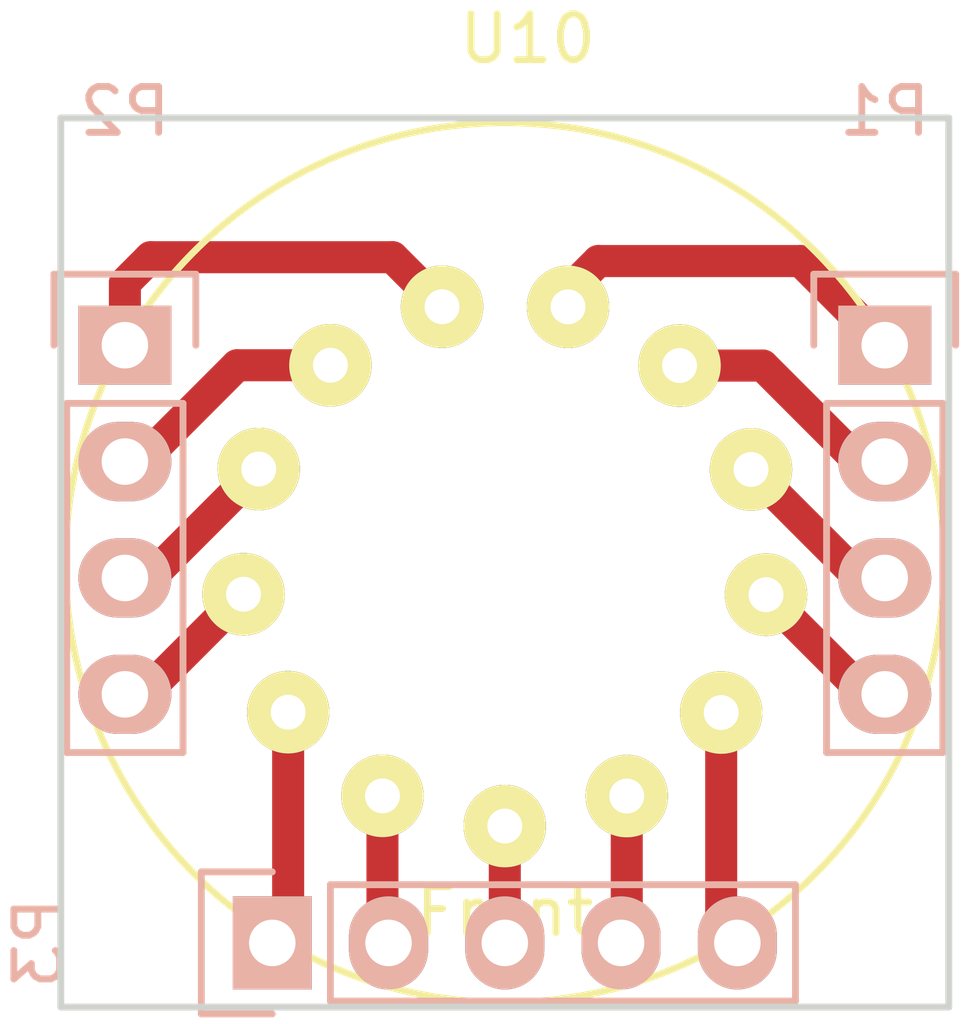
<source format=kicad_pcb>
(kicad_pcb (version 4) (host pcbnew 4.0.4+e1-6308~48~ubuntu16.04.1-stable)

  (general
    (links 13)
    (no_connects 0)
    (area -13.333333 -12.405 13.333334 13.333333)
    (thickness 1.6)
    (drawings 4)
    (tracks 31)
    (zones 0)
    (modules 4)
    (nets 14)
  )

  (page A4)
  (layers
    (0 F.Cu signal)
    (31 B.Cu signal)
    (32 B.Adhes user)
    (33 F.Adhes user)
    (34 B.Paste user)
    (35 F.Paste user)
    (36 B.SilkS user)
    (37 F.SilkS user)
    (38 B.Mask user)
    (39 F.Mask user)
    (40 Dwgs.User user)
    (41 Cmts.User user)
    (42 Eco1.User user)
    (43 Eco2.User user)
    (44 Edge.Cuts user)
    (45 Margin user)
    (46 B.CrtYd user)
    (47 F.CrtYd user)
    (48 B.Fab user)
    (49 F.Fab user)
  )

  (setup
    (last_trace_width 0.25)
    (user_trace_width 0.55)
    (user_trace_width 0.6)
    (user_trace_width 0.7)
    (user_trace_width 0.9)
    (user_trace_width 1.1)
    (user_trace_width 1.3)
    (user_trace_width 1.5)
    (user_trace_width 1.7)
    (trace_clearance 0.2)
    (zone_clearance 0.508)
    (zone_45_only yes)
    (trace_min 0.25)
    (segment_width 0.15)
    (edge_width 0.15)
    (via_size 0.6)
    (via_drill 0.4)
    (via_min_size 0.4)
    (via_min_drill 0.3)
    (uvia_size 0.3)
    (uvia_drill 0.1)
    (uvias_allowed no)
    (uvia_min_size 0.2)
    (uvia_min_drill 0.1)
    (pcb_text_width 0.3)
    (pcb_text_size 1.5 1.5)
    (mod_edge_width 0.15)
    (mod_text_size 1 1)
    (mod_text_width 0.15)
    (pad_size 2.032 1.7272)
    (pad_drill 1.016)
    (pad_to_mask_clearance 0.2)
    (aux_axis_origin 0 0)
    (grid_origin 144.96288 117.05844)
    (visible_elements FFFFFF7F)
    (pcbplotparams
      (layerselection 0x01030_80000001)
      (usegerberextensions true)
      (excludeedgelayer true)
      (linewidth 0.100000)
      (plotframeref false)
      (viasonmask false)
      (mode 1)
      (useauxorigin false)
      (hpglpennumber 1)
      (hpglpenspeed 20)
      (hpglpendiameter 15)
      (hpglpenoverlay 2)
      (psnegative false)
      (psa4output false)
      (plotreference true)
      (plotvalue false)
      (plotinvisibletext false)
      (padsonsilk true)
      (subtractmaskfromsilk false)
      (outputformat 1)
      (mirror false)
      (drillshape 0)
      (scaleselection 1)
      (outputdirectory 2016_9_13_TUBE/))
  )

  (net 0 "")
  (net 1 cathode6)
  (net 2 cathode7)
  (net 3 cathode8)
  (net 4 cathode9)
  (net 5 cathode5)
  (net 6 cathode4)
  (net 7 cathode3)
  (net 8 cathode2)
  (net 9 cathode1)
  (net 10 cathode_comma_left)
  (net 11 anode)
  (net 12 cathode_comma_right)
  (net 13 cathode0)

  (net_class Default "This is the default net class."
    (clearance 0.2)
    (trace_width 0.25)
    (via_dia 0.6)
    (via_drill 0.4)
    (uvia_dia 0.3)
    (uvia_drill 0.1)
    (add_net anode)
    (add_net cathode0)
    (add_net cathode1)
    (add_net cathode2)
    (add_net cathode3)
    (add_net cathode4)
    (add_net cathode5)
    (add_net cathode6)
    (add_net cathode7)
    (add_net cathode8)
    (add_net cathode9)
    (add_net cathode_comma_left)
    (add_net cathode_comma_right)
  )

  (module Pin_Headers:Pin_Header_Straight_1x04 (layer B.Cu) (tedit 57A0AB1F) (tstamp 57A04C30)
    (at 8.3 -4.74472 180)
    (descr "Through hole pin header")
    (tags "pin header")
    (path /5646AE2C/57A05D56)
    (fp_text reference P1 (at 0 5.1 180) (layer B.SilkS)
      (effects (font (size 1 1) (thickness 0.15)) (justify mirror))
    )
    (fp_text value CONN_01X04 (at 0 3.1 180) (layer B.Fab) hide
      (effects (font (size 1 1) (thickness 0.15)) (justify mirror))
    )
    (fp_line (start -1.75 1.75) (end -1.75 -9.4) (layer B.CrtYd) (width 0.05))
    (fp_line (start 1.75 1.75) (end 1.75 -9.4) (layer B.CrtYd) (width 0.05))
    (fp_line (start -1.75 1.75) (end 1.75 1.75) (layer B.CrtYd) (width 0.05))
    (fp_line (start -1.75 -9.4) (end 1.75 -9.4) (layer B.CrtYd) (width 0.05))
    (fp_line (start -1.27 -1.27) (end -1.27 -8.89) (layer B.SilkS) (width 0.15))
    (fp_line (start 1.27 -1.27) (end 1.27 -8.89) (layer B.SilkS) (width 0.15))
    (fp_line (start 1.55 1.55) (end 1.55 0) (layer B.SilkS) (width 0.15))
    (fp_line (start -1.27 -8.89) (end 1.27 -8.89) (layer B.SilkS) (width 0.15))
    (fp_line (start 1.27 -1.27) (end -1.27 -1.27) (layer B.SilkS) (width 0.15))
    (fp_line (start -1.55 0) (end -1.55 1.55) (layer B.SilkS) (width 0.15))
    (fp_line (start -1.55 1.55) (end 1.55 1.55) (layer B.SilkS) (width 0.15))
    (pad 1 thru_hole rect (at 0 0 180) (size 2.032 1.7272) (drill 1.016) (layers *.Cu *.Mask B.SilkS)
      (net 1 cathode6))
    (pad 2 thru_hole oval (at 0 -2.54 180) (size 2.032 1.7272) (drill 1.016) (layers *.Cu *.Mask B.SilkS)
      (net 2 cathode7))
    (pad 3 thru_hole oval (at 0 -5.08 180) (size 2.032 1.7272) (drill 1.016) (layers *.Cu *.Mask B.SilkS)
      (net 3 cathode8))
    (pad 4 thru_hole oval (at 0 -7.62 180) (size 2.032 1.7272) (drill 1.016) (layers *.Cu *.Mask B.SilkS)
      (net 4 cathode9))
    (model Pin_Headers.3dshapes/Pin_Header_Straight_1x04.wrl
      (at (xyz 0 -0.15 0))
      (scale (xyz 1 1 1))
      (rotate (xyz 0 0 90))
    )
  )

  (module Pin_Headers:Pin_Header_Straight_1x04 (layer B.Cu) (tedit 57A0AB26) (tstamp 57A04C38)
    (at -8.3 -4.74472 180)
    (descr "Through hole pin header")
    (tags "pin header")
    (path /5646AE2C/57A05275)
    (fp_text reference P2 (at 0 5.1 180) (layer B.SilkS)
      (effects (font (size 1 1) (thickness 0.15)) (justify mirror))
    )
    (fp_text value CONN_01X04 (at 0 3.1 180) (layer B.Fab) hide
      (effects (font (size 1 1) (thickness 0.15)) (justify mirror))
    )
    (fp_line (start -1.75 1.75) (end -1.75 -9.4) (layer B.CrtYd) (width 0.05))
    (fp_line (start 1.75 1.75) (end 1.75 -9.4) (layer B.CrtYd) (width 0.05))
    (fp_line (start -1.75 1.75) (end 1.75 1.75) (layer B.CrtYd) (width 0.05))
    (fp_line (start -1.75 -9.4) (end 1.75 -9.4) (layer B.CrtYd) (width 0.05))
    (fp_line (start -1.27 -1.27) (end -1.27 -8.89) (layer B.SilkS) (width 0.15))
    (fp_line (start 1.27 -1.27) (end 1.27 -8.89) (layer B.SilkS) (width 0.15))
    (fp_line (start 1.55 1.55) (end 1.55 0) (layer B.SilkS) (width 0.15))
    (fp_line (start -1.27 -8.89) (end 1.27 -8.89) (layer B.SilkS) (width 0.15))
    (fp_line (start 1.27 -1.27) (end -1.27 -1.27) (layer B.SilkS) (width 0.15))
    (fp_line (start -1.55 0) (end -1.55 1.55) (layer B.SilkS) (width 0.15))
    (fp_line (start -1.55 1.55) (end 1.55 1.55) (layer B.SilkS) (width 0.15))
    (pad 1 thru_hole rect (at 0 0 180) (size 2.032 1.7272) (drill 1.016) (layers *.Cu *.Mask B.SilkS)
      (net 5 cathode5))
    (pad 2 thru_hole oval (at 0 -2.54 180) (size 2.032 1.7272) (drill 1.016) (layers *.Cu *.Mask B.SilkS)
      (net 6 cathode4))
    (pad 3 thru_hole oval (at 0 -5.08 180) (size 2.032 1.7272) (drill 1.016) (layers *.Cu *.Mask B.SilkS)
      (net 7 cathode3))
    (pad 4 thru_hole oval (at 0 -7.62 180) (size 2.032 1.7272) (drill 1.016) (layers *.Cu *.Mask B.SilkS)
      (net 8 cathode2))
    (model Pin_Headers.3dshapes/Pin_Header_Straight_1x04.wrl
      (at (xyz 0 -0.15 0))
      (scale (xyz 1 1 1))
      (rotate (xyz 0 0 90))
    )
  )

  (module Pin_Headers:Pin_Header_Straight_1x05 (layer B.Cu) (tedit 57A0AB29) (tstamp 57A04C41)
    (at -5.08 8.3 270)
    (descr "Through hole pin header")
    (tags "pin header")
    (path /5646AE2C/57A05282)
    (fp_text reference P3 (at 0 5.1 270) (layer B.SilkS)
      (effects (font (size 1 1) (thickness 0.15)) (justify mirror))
    )
    (fp_text value CONN_01X05 (at 0 3.1 270) (layer B.Fab) hide
      (effects (font (size 1 1) (thickness 0.15)) (justify mirror))
    )
    (fp_line (start -1.55 0) (end -1.55 1.55) (layer B.SilkS) (width 0.15))
    (fp_line (start -1.55 1.55) (end 1.55 1.55) (layer B.SilkS) (width 0.15))
    (fp_line (start 1.55 1.55) (end 1.55 0) (layer B.SilkS) (width 0.15))
    (fp_line (start -1.75 1.75) (end -1.75 -11.95) (layer B.CrtYd) (width 0.05))
    (fp_line (start 1.75 1.75) (end 1.75 -11.95) (layer B.CrtYd) (width 0.05))
    (fp_line (start -1.75 1.75) (end 1.75 1.75) (layer B.CrtYd) (width 0.05))
    (fp_line (start -1.75 -11.95) (end 1.75 -11.95) (layer B.CrtYd) (width 0.05))
    (fp_line (start 1.27 -1.27) (end 1.27 -11.43) (layer B.SilkS) (width 0.15))
    (fp_line (start 1.27 -11.43) (end -1.27 -11.43) (layer B.SilkS) (width 0.15))
    (fp_line (start -1.27 -11.43) (end -1.27 -1.27) (layer B.SilkS) (width 0.15))
    (fp_line (start 1.27 -1.27) (end -1.27 -1.27) (layer B.SilkS) (width 0.15))
    (pad 1 thru_hole rect (at 0 0 270) (size 2.032 1.7272) (drill 1.016) (layers *.Cu *.Mask B.SilkS)
      (net 9 cathode1))
    (pad 2 thru_hole oval (at 0 -2.54 270) (size 2.032 1.7272) (drill 1.016) (layers *.Cu *.Mask B.SilkS)
      (net 10 cathode_comma_left))
    (pad 3 thru_hole oval (at 0 -5.08 270) (size 2.032 1.7272) (drill 1.016) (layers *.Cu *.Mask B.SilkS)
      (net 11 anode))
    (pad 4 thru_hole oval (at 0 -7.62 270) (size 2.032 1.7272) (drill 1.016) (layers *.Cu *.Mask B.SilkS)
      (net 12 cathode_comma_right))
    (pad 5 thru_hole oval (at 0 -10.16 270) (size 2.032 1.7272) (drill 1.016) (layers *.Cu *.Mask B.SilkS)
      (net 13 cathode0))
    (model Pin_Headers.3dshapes/Pin_Header_Straight_1x05.wrl
      (at (xyz 0 -0.2 0))
      (scale (xyz 1 1 1))
      (rotate (xyz 0 0 90))
    )
  )

  (module IN-14:IN-14 (layer F.Cu) (tedit 574C59C8) (tstamp 57A04C52)
    (at 0 0)
    (path /5646AE2C/5649391C)
    (fp_text reference U10 (at 0.5 -11.43) (layer F.SilkS)
      (effects (font (size 1 1) (thickness 0.15)))
    )
    (fp_text value IN-14 (at 0 -8.12) (layer F.Fab)
      (effects (font (size 1 1) (thickness 0.15)))
    )
    (fp_text user Front (at 0 7.62) (layer F.SilkS)
      (effects (font (size 1 1) (thickness 0.15)))
    )
    (fp_circle (center 0 0) (end 0 9.6) (layer F.SilkS) (width 0.15))
    (pad 1 thru_hole circle (at 0 5.75) (size 1.8 1.8) (drill 0.762) (layers *.Cu *.Mask F.SilkS)
      (net 11 anode))
    (pad 2 thru_hole circle (at -2.672842 5.091013) (size 1.8 1.8) (drill 0.762) (layers *.Cu *.Mask F.SilkS)
      (net 10 cathode_comma_left))
    (pad 3 thru_hole circle (at -4.733034 3.265102) (size 1.8 1.8) (drill 0.762) (layers *.Cu *.Mask F.SilkS)
      (net 9 cathode1))
    (pad 4 thru_hole circle (at -5.708355 0.690787) (size 1.8 1.8) (drill 0.762) (layers *.Cu *.Mask F.SilkS)
      (net 8 cathode2))
    (pad 5 thru_hole circle (at -5.375248 -2.041865) (size 1.8 1.8) (drill 0.762) (layers *.Cu *.Mask F.SilkS)
      (net 7 cathode3))
    (pad 6 thru_hole circle (at -3.810065 -4.306495) (size 1.8 1.8) (drill 0.762) (layers *.Cu *.Mask F.SilkS)
      (net 6 cathode4))
    (pad 7 thru_hole circle (at -1.371567 -5.584022) (size 1.8 1.8) (drill 0.762) (layers *.Cu *.Mask F.SilkS)
      (net 5 cathode5))
    (pad 8 thru_hole circle (at 1.381311 -5.58162) (size 1.8 1.8) (drill 0.762) (layers *.Cu *.Mask F.SilkS)
      (net 1 cathode6))
    (pad 9 thru_hole circle (at 3.817576 -4.299839) (size 1.8 1.8) (drill 0.762) (layers *.Cu *.Mask F.SilkS)
      (net 2 cathode7))
    (pad 10 thru_hole circle (at 5.378803 -2.03248) (size 1.8 1.8) (drill 0.762) (layers *.Cu *.Mask F.SilkS)
      (net 3 cathode8))
    (pad 11 thru_hole circle (at 5.70714 0.700749) (size 1.8 1.8) (drill 0.762) (layers *.Cu *.Mask F.SilkS)
      (net 4 cathode9))
    (pad 12 thru_hole circle (at 4.727328 3.273357) (size 1.8 1.8) (drill 0.762) (layers *.Cu *.Mask F.SilkS)
      (net 13 cathode0))
    (pad 13 thru_hole circle (at 2.663952 5.095671) (size 1.8 1.8) (drill 0.762) (layers *.Cu *.Mask F.SilkS)
      (net 12 cathode_comma_right))
  )

  (gr_line (start -9.7 -9.7036) (end -9.7 9.7) (angle 90) (layer Edge.Cuts) (width 0.15))
  (gr_line (start 9.7 -9.7036) (end -9.7 -9.7036) (angle 90) (layer Edge.Cuts) (width 0.15))
  (gr_line (start 9.7 -9.7036) (end 9.7 9.7) (angle 90) (layer Edge.Cuts) (width 0.15))
  (gr_line (start -9.7 9.7) (end 9.7 9.7) (angle 90) (layer Edge.Cuts) (width 0.15))

  (segment (start 1.381311 -5.58162) (end 1.381311 -5.920291) (width 0.7) (layer F.Cu) (net 1))
  (segment (start 1.381311 -5.920291) (end 2.04216 -6.58114) (width 0.7) (layer F.Cu) (net 1) (tstamp 57A0B0A2))
  (segment (start 2.04216 -6.58114) (end 6.46358 -6.58114) (width 0.7) (layer F.Cu) (net 1) (tstamp 57A0B0A3))
  (segment (start 6.46358 -6.58114) (end 8.3 -4.74472) (width 0.7) (layer F.Cu) (net 1) (tstamp 57A0B0A4))
  (segment (start 8.3 -2.20472) (end 7.73176 -2.20472) (width 0.7) (layer F.Cu) (net 2))
  (segment (start 7.73176 -2.20472) (end 5.636641 -4.299839) (width 0.7) (layer F.Cu) (net 2) (tstamp 57A0B0A8))
  (segment (start 5.636641 -4.299839) (end 3.817576 -4.299839) (width 0.7) (layer F.Cu) (net 2) (tstamp 57A0B0A9))
  (segment (start 8.3 0.33528) (end 7.746563 0.33528) (width 0.7) (layer F.Cu) (net 3))
  (segment (start 7.746563 0.33528) (end 5.378803 -2.03248) (width 0.7) (layer F.Cu) (net 3) (tstamp 57A0B0AC))
  (segment (start 8.3 2.87528) (end 7.881671 2.87528) (width 0.7) (layer F.Cu) (net 4))
  (segment (start 7.881671 2.87528) (end 5.70714 0.700749) (width 0.7) (layer F.Cu) (net 4) (tstamp 57A0B0AF))
  (segment (start -8.3 -4.74472) (end -8.3 -6.1018) (width 0.7) (layer F.Cu) (net 5))
  (segment (start -2.452505 -6.66496) (end -1.371567 -5.584022) (width 0.7) (layer F.Cu) (net 5) (tstamp 57A0B080))
  (segment (start -7.73684 -6.66496) (end -2.452505 -6.66496) (width 0.7) (layer F.Cu) (net 5) (tstamp 57A0B07F))
  (segment (start -8.3 -6.1018) (end -7.73684 -6.66496) (width 0.7) (layer F.Cu) (net 5) (tstamp 57A0B07E))
  (segment (start -8.3 -2.20472) (end -7.9502 -2.20472) (width 0.7) (layer F.Cu) (net 6))
  (segment (start -7.9502 -2.20472) (end -5.848425 -4.306495) (width 0.7) (layer F.Cu) (net 6) (tstamp 57A0B083))
  (segment (start -5.848425 -4.306495) (end -3.810065 -4.306495) (width 0.7) (layer F.Cu) (net 6) (tstamp 57A0B084))
  (segment (start -8.3 0.33528) (end -7.752393 0.33528) (width 0.7) (layer F.Cu) (net 7))
  (segment (start -7.752393 0.33528) (end -5.375248 -2.041865) (width 0.7) (layer F.Cu) (net 7) (tstamp 57A0B087))
  (segment (start -8.3 2.87528) (end -7.892848 2.87528) (width 0.7) (layer F.Cu) (net 8))
  (segment (start -7.892848 2.87528) (end -5.708355 0.690787) (width 0.7) (layer F.Cu) (net 8) (tstamp 57A0B08A))
  (segment (start -4.733034 3.265102) (end -4.733034 7.953034) (width 0.7) (layer F.Cu) (net 9))
  (segment (start -4.733034 7.953034) (end -5.08 8.3) (width 0.7) (layer F.Cu) (net 9) (tstamp 57A0B0D3))
  (segment (start -2.672842 5.091013) (end -2.672842 8.167158) (width 0.7) (layer F.Cu) (net 10))
  (segment (start -2.672842 8.167158) (end -2.54 8.3) (width 0.7) (layer F.Cu) (net 10) (tstamp 57A0B0D0))
  (segment (start 0 5.75) (end 0 8.3) (width 0.7) (layer F.Cu) (net 11))
  (segment (start 2.663952 5.095671) (end 2.663952 8.176048) (width 0.7) (layer F.Cu) (net 12))
  (segment (start 2.663952 8.176048) (end 2.54 8.3) (width 0.7) (layer F.Cu) (net 12) (tstamp 57A0B0C9))
  (segment (start 4.727328 3.273357) (end 4.727328 7.947328) (width 0.7) (layer F.Cu) (net 13))
  (segment (start 4.727328 7.947328) (end 5.08 8.3) (width 0.7) (layer F.Cu) (net 13) (tstamp 57A0B0D6))

)

</source>
